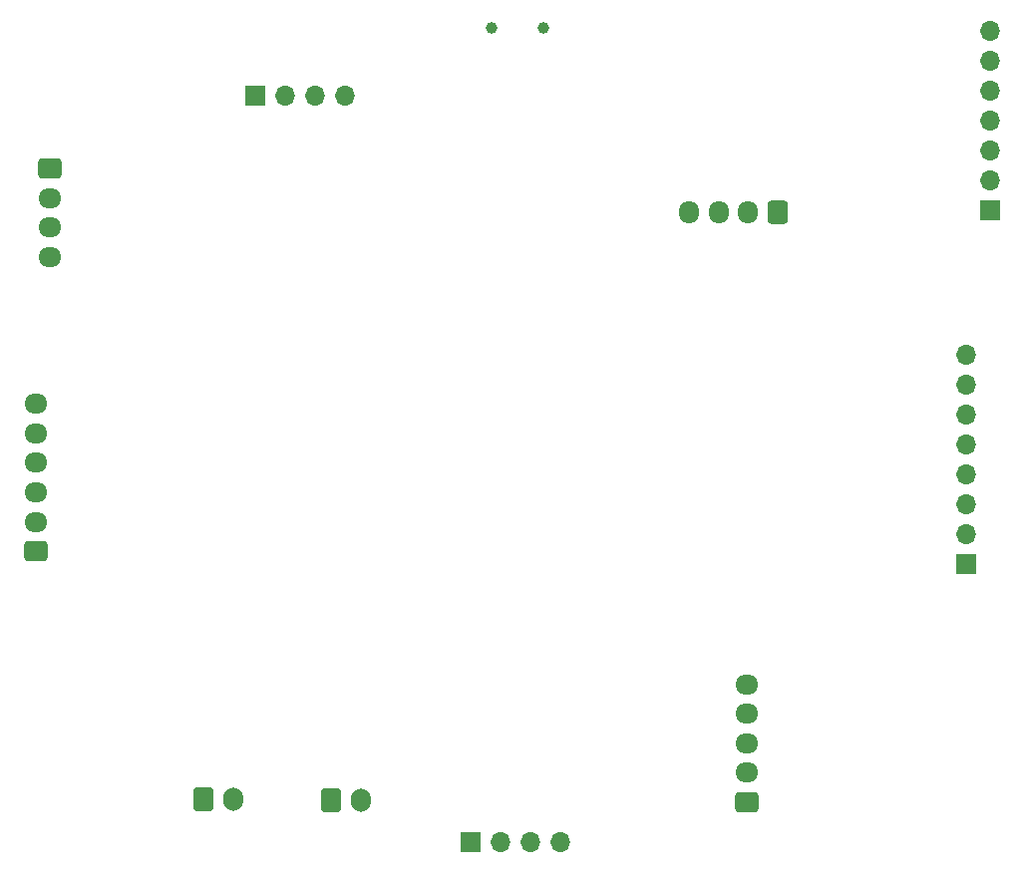
<source format=gbr>
%TF.GenerationSoftware,KiCad,Pcbnew,9.0.1*%
%TF.CreationDate,2025-05-06T13:18:11-06:00*%
%TF.ProjectId,2025_04_STM32F103_RobotBrain,32303235-5f30-4345-9f53-544d33324631,rev?*%
%TF.SameCoordinates,Original*%
%TF.FileFunction,Soldermask,Bot*%
%TF.FilePolarity,Negative*%
%FSLAX46Y46*%
G04 Gerber Fmt 4.6, Leading zero omitted, Abs format (unit mm)*
G04 Created by KiCad (PCBNEW 9.0.1) date 2025-05-06 13:18:11*
%MOMM*%
%LPD*%
G01*
G04 APERTURE LIST*
G04 Aperture macros list*
%AMRoundRect*
0 Rectangle with rounded corners*
0 $1 Rounding radius*
0 $2 $3 $4 $5 $6 $7 $8 $9 X,Y pos of 4 corners*
0 Add a 4 corners polygon primitive as box body*
4,1,4,$2,$3,$4,$5,$6,$7,$8,$9,$2,$3,0*
0 Add four circle primitives for the rounded corners*
1,1,$1+$1,$2,$3*
1,1,$1+$1,$4,$5*
1,1,$1+$1,$6,$7*
1,1,$1+$1,$8,$9*
0 Add four rect primitives between the rounded corners*
20,1,$1+$1,$2,$3,$4,$5,0*
20,1,$1+$1,$4,$5,$6,$7,0*
20,1,$1+$1,$6,$7,$8,$9,0*
20,1,$1+$1,$8,$9,$2,$3,0*%
G04 Aperture macros list end*
%ADD10RoundRect,0.250000X-0.600000X-0.750000X0.600000X-0.750000X0.600000X0.750000X-0.600000X0.750000X0*%
%ADD11O,1.700000X2.000000*%
%ADD12R,1.700000X1.700000*%
%ADD13O,1.700000X1.700000*%
%ADD14RoundRect,0.250000X0.725000X-0.600000X0.725000X0.600000X-0.725000X0.600000X-0.725000X-0.600000X0*%
%ADD15O,1.950000X1.700000*%
%ADD16RoundRect,0.250000X-0.725000X0.600000X-0.725000X-0.600000X0.725000X-0.600000X0.725000X0.600000X0*%
%ADD17RoundRect,0.250000X0.600000X0.725000X-0.600000X0.725000X-0.600000X-0.725000X0.600000X-0.725000X0*%
%ADD18O,1.700000X1.950000*%
%ADD19C,1.000000*%
G04 APERTURE END LIST*
D10*
%TO.C,J6*%
X122580000Y-99900000D03*
D11*
X125080000Y-99900000D03*
%TD*%
D12*
%TO.C,J9*%
X178500000Y-49800000D03*
D13*
X178500000Y-47260000D03*
X178500000Y-44720000D03*
X178500000Y-42180000D03*
X178500000Y-39640000D03*
X178500000Y-37100000D03*
X178500000Y-34560000D03*
%TD*%
D14*
%TO.C,J8*%
X157890000Y-100070000D03*
D15*
X157890000Y-97570000D03*
X157890000Y-95070000D03*
X157890000Y-92570000D03*
X157890000Y-90070000D03*
%TD*%
D12*
%TO.C,J2*%
X176465000Y-79835000D03*
D13*
X176465000Y-77295000D03*
X176465000Y-74755000D03*
X176465000Y-72215000D03*
X176465000Y-69675000D03*
X176465000Y-67135000D03*
X176465000Y-64595000D03*
X176465000Y-62055000D03*
%TD*%
D12*
%TO.C,J4*%
X116160000Y-40040000D03*
D13*
X118700000Y-40040000D03*
X121240000Y-40040000D03*
X123780000Y-40040000D03*
%TD*%
D16*
%TO.C,J11*%
X98720000Y-46270000D03*
D15*
X98720000Y-48770000D03*
X98720000Y-51270000D03*
X98720000Y-53770000D03*
%TD*%
D12*
%TO.C,J3*%
X134460000Y-103485000D03*
D13*
X137000000Y-103485000D03*
X139540000Y-103485000D03*
X142080000Y-103485000D03*
%TD*%
D17*
%TO.C,J7*%
X160500000Y-50000000D03*
D18*
X158000000Y-50000000D03*
X155500000Y-50000000D03*
X153000000Y-50000000D03*
%TD*%
D11*
%TO.C,J5*%
X114250000Y-99875000D03*
D10*
X111750000Y-99875000D03*
%TD*%
D14*
%TO.C,J10*%
X97510000Y-78760000D03*
D15*
X97510000Y-76260000D03*
X97510000Y-73760000D03*
X97510000Y-71260000D03*
X97510000Y-68760000D03*
X97510000Y-66260000D03*
%TD*%
D19*
%TO.C,J1*%
X140580000Y-34300000D03*
X136180000Y-34300000D03*
%TD*%
M02*

</source>
